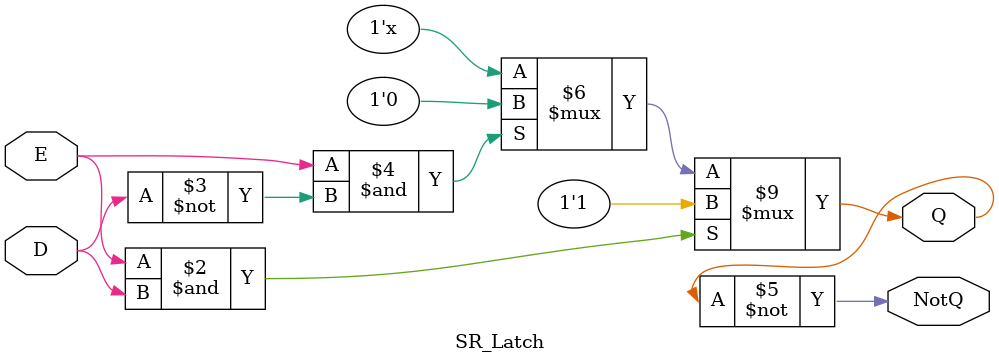
<source format=v>
`timescale 1ns / 1ps


module SR_Latch(
    input D, E,
    output reg Q, 
    output NotQ
    );
    
    always @(E, D) begin
        if(E & D)
            Q <= 1;
        else if(E & ~D)
            Q <= 0;
    end
    
    assign NotQ = ~Q;

endmodule

</source>
